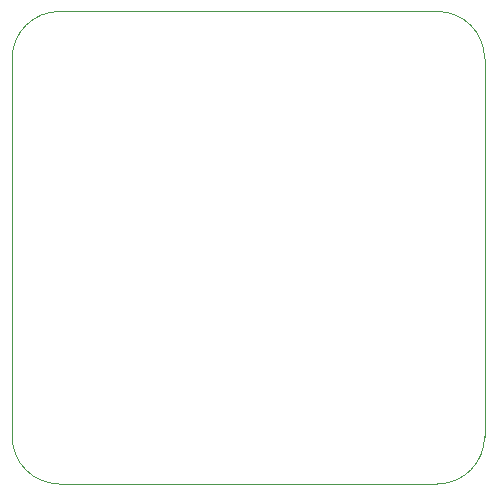
<source format=gbr>
%TF.GenerationSoftware,KiCad,Pcbnew,(6.0.0-rc1-124-g18b4ebcc17)*%
%TF.CreationDate,2021-11-25T20:10:52+05:30*%
%TF.ProjectId,Europa,4575726f-7061-42e6-9b69-6361645f7063,rev?*%
%TF.SameCoordinates,Original*%
%TF.FileFunction,Profile,NP*%
%FSLAX46Y46*%
G04 Gerber Fmt 4.6, Leading zero omitted, Abs format (unit mm)*
G04 Created by KiCad (PCBNEW (6.0.0-rc1-124-g18b4ebcc17)) date 2021-11-25 20:10:52*
%MOMM*%
%LPD*%
G01*
G04 APERTURE LIST*
%TA.AperFunction,Profile*%
%ADD10C,0.050000*%
%TD*%
G04 APERTURE END LIST*
D10*
X30000000Y-66000000D02*
X30000000Y-34000000D01*
X34000000Y-30000000D02*
X66000000Y-30000000D01*
X66000000Y-70000000D02*
G75*
G03*
X70000000Y-66000000I0J4000000D01*
G01*
X66000000Y-70000000D02*
X34000000Y-70000000D01*
X70000000Y-34000000D02*
X70000000Y-66000000D01*
X34000000Y-30000000D02*
G75*
G03*
X30000000Y-34000000I0J-4000000D01*
G01*
X30000000Y-66000000D02*
G75*
G03*
X34000000Y-70000000I4000000J0D01*
G01*
X70000000Y-34000000D02*
G75*
G03*
X66000000Y-30000000I-4000000J0D01*
G01*
M02*

</source>
